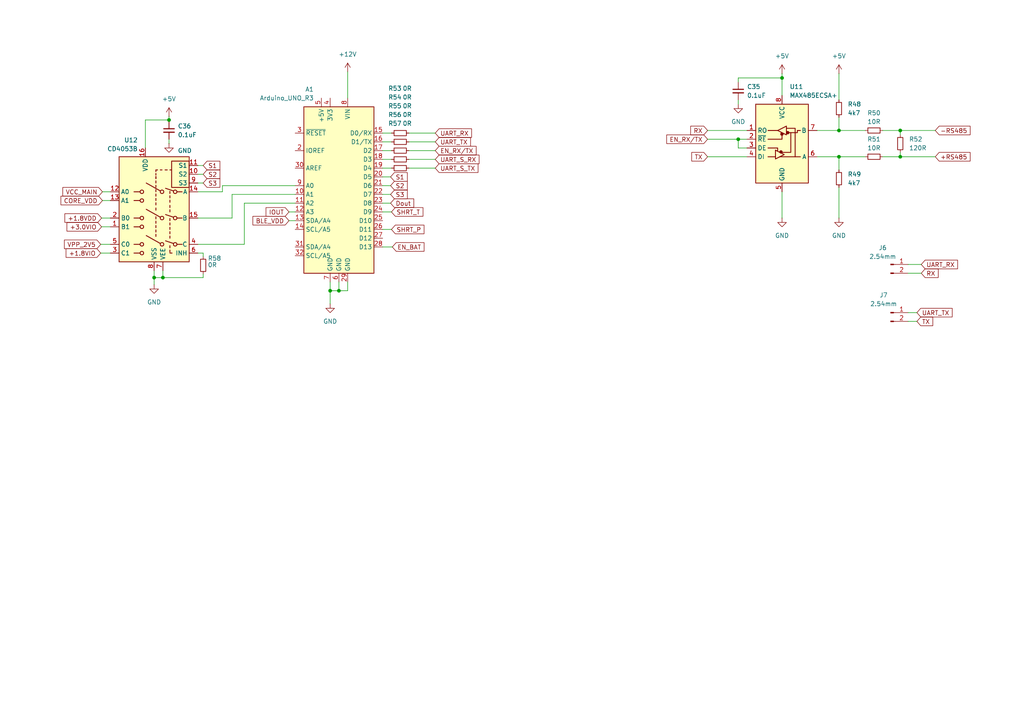
<source format=kicad_sch>
(kicad_sch (version 20231120) (generator "eeschema") (generator_version "8.0")
  (paper "A4")
  (lib_symbols
    (symbol "Analog_Switch:CD4053B"
      (property "Reference" "U" (at -10.16 16.51 0))
      (property "Value" "CD4053B" (at 3.81 16.51 0))
      (symbol "CD4053B_0_1"
        (rectangle (start -10.16 6.35) (end -5.08 13.97) (stroke (width 0.254)))
        (rectangle (start -10.16 15.24) (end 10.16 -15.24) (stroke (width 0.254)) (fill (type background)))
        (circle (center -6.096 -10.16) (radius 0.508) (stroke (width 0.254)))
        (circle (center -6.096 -2.54) (radius 0.508) (stroke (width 0.254)))
        (circle (center -6.096 5.08) (radius 0.508) (stroke (width 0.254)))
        (circle (center -2.286 -10.16) (radius 0.508) (stroke (width 0.254)))
        (circle (center -2.286 -2.54) (radius 0.508) (stroke (width 0.254)))
        (circle (center -2.286 5.08) (radius 0.508) (stroke (width 0.254)))
        (polyline (pts (xy -8.128 -10.16) (xy -6.604 -10.16)) (stroke (width 0.254)))
        (polyline (pts (xy -8.128 -2.54) (xy -6.604 -2.54)) (stroke (width 0.254)))
        (polyline (pts (xy -8.128 5.08) (xy -6.604 5.08)) (stroke (width 0.254)))
        (polyline (pts (xy -5.588 -9.906) (xy -3.302 -9.144)) (stroke (width 0.254)))
        (polyline (pts (xy -5.588 -2.286) (xy -3.302 -1.524)) (stroke (width 0.254)))
        (polyline (pts (xy -5.588 5.334) (xy -3.302 6.096)) (stroke (width 0.254)))
        (polyline (pts (xy -4.572 -12.7) (xy -5.207 -12.7)) (stroke (width 0.254)))
        (polyline (pts (xy -4.572 -12.446) (xy -4.572 -11.811)) (stroke (width 0.254)))
        (polyline (pts (xy -4.572 -11.176) (xy -4.572 -10.541)) (stroke (width 0.254)))
        (polyline (pts (xy -4.572 -8.382) (xy -4.572 -7.747)) (stroke (width 0.254)))
        (polyline (pts (xy -4.572 -7.112) (xy -4.572 -6.477)) (stroke (width 0.254)))
        (polyline (pts (xy -4.572 -5.842) (xy -4.572 -5.207)) (stroke (width 0.254)))
        (polyline (pts (xy -4.572 -4.572) (xy -4.572 -3.937)) (stroke (width 0.254)))
        (polyline (pts (xy -4.572 -3.302) (xy -4.572 -2.667)) (stroke (width 0.254)))
        (polyline (pts (xy -4.572 -0.762) (xy -4.572 -0.127)) (stroke (width 0.254)))
        (polyline (pts (xy -4.572 0.508) (xy -4.572 1.143)) (stroke (width 0.254)))
        (polyline (pts (xy -4.572 2.032) (xy -4.572 2.667)) (stroke (width 0.254)))
        (polyline (pts (xy -4.572 3.302) (xy -4.572 3.937)) (stroke (width 0.254)))
        (polyline (pts (xy -4.572 4.572) (xy -4.572 5.207)) (stroke (width 0.254)))
        (polyline (pts (xy -4.572 11.43) (xy -5.08 11.43)) (stroke (width 0.254)))
        (polyline (pts (xy -3.81 11.43) (xy -3.175 11.43)) (stroke (width 0.254)))
        (polyline (pts (xy -1.778 -9.906) (xy 2.286 -7.62)) (stroke (width 0.254)))
        (polyline (pts (xy -1.778 -2.286) (xy 2.286 0)) (stroke (width 0.254)))
        (polyline (pts (xy -1.778 5.334) (xy 2.286 7.62)) (stroke (width 0.254)))
        (polyline (pts (xy -1.778 11.43) (xy -2.286 11.43)) (stroke (width 0.254)))
        (polyline (pts (xy -0.508 -7.874) (xy -0.508 -7.239)) (stroke (width 0.254)))
        (polyline (pts (xy -0.508 -6.604) (xy -0.508 -5.969)) (stroke (width 0.254)))
        (polyline (pts (xy -0.508 -5.334) (xy -0.508 -4.699)) (stroke (width 0.254)))
        (polyline (pts (xy -0.508 -4.064) (xy -0.508 -3.429)) (stroke (width 0.254)))
        (polyline (pts (xy -0.508 -2.794) (xy -0.508 -2.159)) (stroke (width 0.254)))
        (polyline (pts (xy -0.508 -0.254) (xy -0.508 0.381)) (stroke (width 0.254)))
        (polyline (pts (xy -0.508 1.27) (xy -0.508 1.905)) (stroke (width 0.254)))
        (polyline (pts (xy -0.508 2.54) (xy -0.508 3.175)) (stroke (width 0.254)))
        (polyline (pts (xy -0.508 3.81) (xy -0.508 4.445)) (stroke (width 0.254)))
        (polyline (pts (xy -0.508 5.08) (xy -0.508 5.715)) (stroke (width 0.254)))
        (polyline (pts (xy -0.508 6.35) (xy -0.508 6.985)) (stroke (width 0.254)))
        (polyline (pts (xy -0.508 7.62) (xy -0.508 8.255)) (stroke (width 0.254)))
        (polyline (pts (xy -0.508 8.89) (xy -0.508 9.398)) (stroke (width 0.254)))
        (polyline (pts (xy -0.508 8.89) (xy -0.508 9.525)) (stroke (width 0.254)))
        (polyline (pts (xy -0.508 9.906) (xy -0.508 10.414)) (stroke (width 0.254)))
        (polyline (pts (xy -0.508 10.922) (xy -0.508 11.43)) (stroke (width 0.254)))
        (polyline (pts (xy -0.508 11.43) (xy -1.016 11.43)) (stroke (width 0.254)))
        (polyline (pts (xy 4.064 -12.7) (xy 5.842 -12.7)) (stroke (width 0.254)))
        (polyline (pts (xy 4.064 -10.16) (xy 5.842 -10.16)) (stroke (width 0.254)))
        (polyline (pts (xy 4.064 -5.08) (xy 5.842 -5.08)) (stroke (width 0.254)))
        (polyline (pts (xy 4.064 -2.54) (xy 5.842 -2.54)) (stroke (width 0.254)))
        (polyline (pts (xy 4.064 2.54) (xy 5.842 2.54)) (stroke (width 0.254)))
        (polyline (pts (xy 4.064 5.08) (xy 5.842 5.08)) (stroke (width 0.254)))
        (circle (center 3.556 -12.7) (radius 0.508) (stroke (width 0.254)))
        (circle (center 3.556 -10.16) (radius 0.508) (stroke (width 0.254)))
        (circle (center 3.556 -5.08) (radius 0.508) (stroke (width 0.254)))
        (circle (center 3.556 -2.54) (radius 0.508) (stroke (width 0.254)))
        (circle (center 3.556 2.54) (radius 0.508) (stroke (width 0.254)))
        (circle (center 3.556 5.08) (radius 0.508) (stroke (width 0.254)))
      )
      (symbol "CD4053B_1_1"
        (pin bidirectional line (at 12.7 -5.08 180) (length 2.54) (name "B1") (number "1"))
        (pin input line (at -12.7 10.16 0) (length 2.54) (name "S2") (number "10"))
        (pin input line (at -12.7 12.7 0) (length 2.54) (name "S1") (number "11"))
        (pin bidirectional line (at 12.7 5.08 180) (length 2.54) (name "A0") (number "12"))
        (pin bidirectional line (at 12.7 2.54 180) (length 2.54) (name "A1") (number "13"))
        (pin bidirectional line (at -12.7 5.08 0) (length 2.54) (name "A") (number "14"))
        (pin bidirectional line (at -12.7 -2.54 0) (length 2.54) (name "B") (number "15"))
        (pin power_in line (at 2.54 17.78 270) (length 2.54) (name "VDD") (number "16"))
        (pin bidirectional line (at 12.7 -2.54 180) (length 2.54) (name "B0") (number "2"))
        (pin bidirectional line (at 12.7 -12.7 180) (length 2.54) (name "C1") (number "3"))
        (pin bidirectional line (at -12.7 -10.16 0) (length 2.54) (name "C") (number "4"))
        (pin bidirectional line (at 12.7 -10.16 180) (length 2.54) (name "C0") (number "5"))
        (pin input line (at -12.7 -12.7 0) (length 2.54) (name "INH") (number "6"))
        (pin power_in line (at -2.54 -17.78 90) (length 2.54) (name "VEE") (number "7"))
        (pin power_in line (at 0 -17.78 90) (length 2.54) (name "VSS") (number "8"))
        (pin input line (at -12.7 7.62 0) (length 2.54) (name "S3") (number "9"))
      )
    )
    (symbol "Connector:Conn_01x02_Pin" (pin_names (offset 1.016) hide)
      (property "Reference" "J" (at 0 2.54 0))
      (property "Value" "Conn_01x02_Pin" (at 0 -5.08 0))
      (symbol "Conn_01x02_Pin_1_1"
        (polyline (pts (xy 1.27 -2.54) (xy 0.8636 -2.54)) (stroke (width 0.1524)))
        (polyline (pts (xy 1.27 0) (xy 0.8636 0)) (stroke (width 0.1524)))
        (rectangle (start 0.8636 -2.413) (end 0 -2.667) (stroke (width 0.1524)) (fill (type outline)))
        (rectangle (start 0.8636 0.127) (end 0 -0.127) (stroke (width 0.1524)) (fill (type outline)))
        (pin passive line (at 5.08 0 180) (length 3.81) (name "Pin_1") (number "1"))
        (pin passive line (at 5.08 -2.54 180) (length 3.81) (name "Pin_2") (number "2"))
      )
    )
    (symbol "Device:C_Small" (pin_numbers hide) (pin_names (offset 0.254) hide)
      (property "Reference" "C" (at 0.254 1.778 0))
      (property "Value" "C_Small" (at 0.254 -2.032 0))
      (symbol "C_Small_0_1"
        (polyline (pts (xy -1.524 -0.508) (xy 1.524 -0.508)) (stroke (width 0.3302)))
        (polyline (pts (xy -1.524 0.508) (xy 1.524 0.508)) (stroke (width 0.3048)))
      )
      (symbol "C_Small_1_1"
        (pin passive line (at 0 2.54 270) (length 2.032) (name "~") (number "1"))
        (pin passive line (at 0 -2.54 90) (length 2.032) (name "~") (number "2"))
      )
    )
    (symbol "Device:R_Small" (pin_numbers hide) (pin_names (offset 0.254) hide)
      (property "Reference" "R" (at 0.762 0.508 0))
      (property "Value" "R_Small" (at 0.762 -1.016 0))
      (symbol "R_Small_0_1"
        (rectangle (start -0.762 1.778) (end 0.762 -1.778) (stroke (width 0.2032)))
      )
      (symbol "R_Small_1_1"
        (pin passive line (at 0 2.54 270) (length 0.762) (name "~") (number "1"))
        (pin passive line (at 0 -2.54 90) (length 0.762) (name "~") (number "2"))
      )
    )
    (symbol "Interface_UART:MAX485E"
      (property "Reference" "U" (at -6.096 11.43 0))
      (property "Value" "MAX485E" (at 0.762 11.43 0))
      (symbol "MAX485E_0_1"
        (rectangle (start -7.62 10.16) (end 7.62 -12.7) (stroke (width 0.254)) (fill (type background)))
        (circle (center -0.3048 -3.683) (radius 0.3556) (stroke (width 0.254)) (fill (type outline)))
        (circle (center -0.0254 1.4986) (radius 0.3556) (stroke (width 0.254)) (fill (type outline)))
        (polyline (pts (xy -4.064 -5.08) (xy -1.905 -5.08)) (stroke (width 0.254)))
        (polyline (pts (xy -4.064 2.54) (xy -1.27 2.54)) (stroke (width 0.254)))
        (polyline (pts (xy -1.27 -3.2004) (xy -1.27 -3.4544)) (stroke (width 0.254)))
        (polyline (pts (xy -0.635 -5.08) (xy 5.334 -5.08)) (stroke (width 0.254)))
        (polyline (pts (xy -4.064 -2.54) (xy -1.27 -2.54) (xy -1.27 -3.175)) (stroke (width 0.254)))
        (polyline (pts (xy 0 1.27) (xy 0 0) (xy -4.064 0)) (stroke (width 0.254)))
        (polyline (pts (xy 1.27 3.175) (xy 3.81 3.175) (xy 3.81 -5.08)) (stroke (width 0.254)))
        (polyline (pts (xy 2.54 1.905) (xy 2.54 -3.81) (xy 0 -3.81)) (stroke (width 0.254)))
        (polyline (pts (xy -1.905 -3.175) (xy -1.905 -5.715) (xy 0.635 -4.445) (xy -1.905 -3.175)) (stroke (width 0.254)))
        (polyline (pts (xy -1.27 2.54) (xy 1.27 3.81) (xy 1.27 1.27) (xy -1.27 2.54)) (stroke (width 0.254)))
        (polyline (pts (xy 1.905 1.905) (xy 4.445 1.905) (xy 4.445 2.54) (xy 5.334 2.54)) (stroke (width 0.254)))
        (rectangle (start 1.27 3.175) (end 1.27 3.175))
        (circle (center 1.651 1.905) (radius 0.3556) (stroke (width 0.254)) (fill (type outline)))
      )
      (symbol "MAX485E_1_1"
        (pin output line (at -10.16 2.54 0) (length 2.54) (name "RO") (number "1"))
        (pin input line (at -10.16 0 0) (length 2.54) (name "~{RE}") (number "2"))
        (pin input line (at -10.16 -2.54 0) (length 2.54) (name "DE") (number "3"))
        (pin input line (at -10.16 -5.08 0) (length 2.54) (name "DI") (number "4"))
        (pin power_in line (at 0 -15.24 90) (length 2.54) (name "GND") (number "5"))
        (pin bidirectional line (at 10.16 -5.08 180) (length 2.54) (name "A") (number "6"))
        (pin bidirectional line (at 10.16 2.54 180) (length 2.54) (name "B") (number "7"))
        (pin power_in line (at 0 12.7 270) (length 2.54) (name "VCC") (number "8"))
      )
    )
    (symbol "MCU_Module:Arduino_UNO_R3"
      (property "Reference" "A" (at -10.16 23.495 0))
      (property "Value" "Arduino_UNO_R3" (at 5.08 -26.67 0))
      (symbol "Arduino_UNO_R3_0_1"
        (rectangle (start -10.16 22.86) (end 10.16 -25.4) (stroke (width 0.254)) (fill (type background)))
      )
      (symbol "Arduino_UNO_R3_1_1"
        (pin no_connect line (at -10.16 -20.32 0) (length 2.54) hide (name "NC") (number "1"))
        (pin bidirectional line (at 12.7 -2.54 180) (length 2.54) (name "A1") (number "10"))
        (pin bidirectional line (at 12.7 -5.08 180) (length 2.54) (name "A2") (number "11"))
        (pin bidirectional line (at 12.7 -7.62 180) (length 2.54) (name "A3") (number "12"))
        (pin bidirectional line (at 12.7 -10.16 180) (length 2.54) (name "SDA/A4") (number "13"))
        (pin bidirectional line (at 12.7 -12.7 180) (length 2.54) (name "SCL/A5") (number "14"))
        (pin bidirectional line (at -12.7 15.24 0) (length 2.54) (name "D0/RX") (number "15"))
        (pin bidirectional line (at -12.7 12.7 0) (length 2.54) (name "D1/TX") (number "16"))
        (pin bidirectional line (at -12.7 10.16 0) (length 2.54) (name "D2") (number "17"))
        (pin bidirectional line (at -12.7 7.62 0) (length 2.54) (name "D3") (number "18"))
        (pin bidirectional line (at -12.7 5.08 0) (length 2.54) (name "D4") (number "19"))
        (pin output line (at 12.7 10.16 180) (length 2.54) (name "IOREF") (number "2"))
        (pin bidirectional line (at -12.7 2.54 0) (length 2.54) (name "D5") (number "20"))
        (pin bidirectional line (at -12.7 0 0) (length 2.54) (name "D6") (number "21"))
        (pin bidirectional line (at -12.7 -2.54 0) (length 2.54) (name "D7") (number "22"))
        (pin bidirectional line (at -12.7 -5.08 0) (length 2.54) (name "D8") (number "23"))
        (pin bidirectional line (at -12.7 -7.62 0) (length 2.54) (name "D9") (number "24"))
        (pin bidirectional line (at -12.7 -10.16 0) (length 2.54) (name "D10") (number "25"))
        (pin bidirectional line (at -12.7 -12.7 0) (length 2.54) (name "D11") (number "26"))
        (pin bidirectional line (at -12.7 -15.24 0) (length 2.54) (name "D12") (number "27"))
        (pin bidirectional line (at -12.7 -17.78 0) (length 2.54) (name "D13") (number "28"))
        (pin power_in line (at -2.54 -27.94 90) (length 2.54) (name "GND") (number "29"))
        (pin input line (at 12.7 15.24 180) (length 2.54) (name "~{RESET}") (number "3"))
        (pin input line (at 12.7 5.08 180) (length 2.54) (name "AREF") (number "30"))
        (pin bidirectional line (at 12.7 -17.78 180) (length 2.54) (name "SDA/A4") (number "31"))
        (pin bidirectional line (at 12.7 -20.32 180) (length 2.54) (name "SCL/A5") (number "32"))
        (pin power_out line (at 2.54 25.4 270) (length 2.54) (name "3V3") (number "4"))
        (pin power_out line (at 5.08 25.4 270) (length 2.54) (name "+5V") (number "5"))
        (pin power_in line (at 0 -27.94 90) (length 2.54) (name "GND") (number "6"))
        (pin power_in line (at 2.54 -27.94 90) (length 2.54) (name "GND") (number "7"))
        (pin power_in line (at -2.54 25.4 270) (length 2.54) (name "VIN") (number "8"))
        (pin bidirectional line (at 12.7 0 180) (length 2.54) (name "A0") (number "9"))
      )
    )
    (symbol "power:+12V" (power) (pin_numbers hide) (pin_names (offset 0) hide)
      (property "Value" "+12V" (at 0 3.556 0))
      (symbol "+12V_0_1"
        (polyline (pts (xy -0.762 1.27) (xy 0 2.54)))
        (polyline (pts (xy 0 0) (xy 0 2.54)))
        (polyline (pts (xy 0 2.54) (xy 0.762 1.27)))
      )
      (symbol "+12V_1_1"
        (pin power_in line (at 0 0 90) (length 0) (name "~") (number "1"))
      )
    )
    (symbol "power:+5V" (power) (pin_numbers hide) (pin_names (offset 0) hide)
      (property "Value" "+5V" (at 0 3.556 0))
      (symbol "+5V_0_1"
        (polyline (pts (xy -0.762 1.27) (xy 0 2.54)))
        (polyline (pts (xy 0 0) (xy 0 2.54)))
        (polyline (pts (xy 0 2.54) (xy 0.762 1.27)))
      )
      (symbol "+5V_1_1"
        (pin power_in line (at 0 0 90) (length 0) (name "~") (number "1"))
      )
    )
    (symbol "power:GND" (power) (pin_numbers hide) (pin_names (offset 0) hide)
      (property "Value" "GND" (at 0 -3.81 0))
      (symbol "GND_0_1"
        (polyline (pts (xy 0 0) (xy 0 -1.27) (xy 1.27 -1.27) (xy 0 -2.54) (xy -1.27 -1.27) (xy 0 -1.27)))
      )
      (symbol "GND_1_1"
        (pin power_in line (at 0 0 270) (length 0) (name "~") (number "1"))
      )
    )
  )
  (junction (at 243.332 37.846))
  (junction (at 47.244 80.518))
  (junction (at 261.112 37.846))
  (junction (at 44.704 80.518))
  (junction (at 95.758 84.328))
  (junction (at 49.022 34.798))
  (junction (at 226.822 22.606))
  (junction (at 98.298 84.328))
  (junction (at 214.122 40.386))
  (junction (at 243.332 45.466))
  (junction (at 261.112 45.466))
  (wire (pts (xy 261.112 37.846) (xy 271.272 37.846)))
  (wire (pts (xy 95.758 84.328) (xy 98.298 84.328)))
  (wire (pts (xy 214.122 40.386) (xy 214.122 42.926)))
  (wire (pts (xy 243.332 37.846) (xy 250.952 37.846)))
  (wire (pts (xy 110.998 51.308) (xy 113.284 51.308)))
  (wire (pts (xy 243.332 45.466) (xy 243.332 49.276)))
  (wire (pts (xy 263.398 79.248) (xy 267.208 79.248)))
  (wire (pts (xy 110.998 46.228) (xy 113.538 46.228)))
  (wire (pts (xy 205.232 45.466) (xy 216.662 45.466)))
  (wire (pts (xy 83.82 61.468) (xy 85.598 61.468)))
  (wire (pts (xy 214.122 23.876) (xy 214.122 22.606)))
  (wire (pts (xy 29.718 55.626) (xy 32.004 55.626)))
  (wire (pts (xy 205.232 37.846) (xy 216.662 37.846)))
  (wire (pts (xy 214.122 22.606) (xy 226.822 22.606)))
  (wire (pts (xy 214.122 28.956) (xy 214.122 30.226)))
  (wire (pts (xy 113.538 66.548) (xy 110.998 66.548)))
  (wire (pts (xy 29.718 58.166) (xy 32.004 58.166)))
  (wire (pts (xy 49.022 33.782) (xy 49.022 34.798)))
  (wire (pts (xy 214.122 42.926) (xy 216.662 42.926)))
  (wire (pts (xy 205.232 40.386) (xy 214.122 40.386)))
  (wire (pts (xy 243.332 45.466) (xy 250.952 45.466)))
  (wire (pts (xy 29.464 63.246) (xy 32.004 63.246)))
  (wire (pts (xy 83.82 64.008) (xy 85.598 64.008)))
  (wire (pts (xy 57.404 50.546) (xy 58.928 50.546)))
  (wire (pts (xy 85.598 56.388) (xy 67.31 56.388)))
  (wire (pts (xy 98.298 84.328) (xy 100.838 84.328)))
  (wire (pts (xy 110.998 53.848) (xy 113.284 53.848)))
  (wire (pts (xy 44.704 80.518) (xy 44.704 82.55)))
  (wire (pts (xy 243.332 54.356) (xy 243.332 63.246)))
  (wire (pts (xy 29.464 65.786) (xy 32.004 65.786)))
  (wire (pts (xy 118.618 43.688) (xy 126.238 43.688)))
  (wire (pts (xy 70.866 58.928) (xy 70.866 70.866)))
  (wire (pts (xy 110.998 43.688) (xy 113.538 43.688)))
  (wire (pts (xy 44.704 80.518) (xy 47.244 80.518)))
  (wire (pts (xy 243.332 21.336) (xy 243.332 28.956)))
  (wire (pts (xy 236.982 45.466) (xy 243.332 45.466)))
  (wire (pts (xy 64.516 53.848) (xy 85.598 53.848)))
  (wire (pts (xy 29.21 70.866) (xy 32.004 70.866)))
  (wire (pts (xy 226.822 21.336) (xy 226.822 22.606)))
  (wire (pts (xy 261.112 45.466) (xy 271.272 45.466)))
  (wire (pts (xy 118.618 46.228) (xy 126.238 46.228)))
  (wire (pts (xy 110.998 41.148) (xy 113.538 41.148)))
  (wire (pts (xy 226.822 22.606) (xy 226.822 27.686)))
  (wire (pts (xy 110.998 58.928) (xy 113.284 58.928)))
  (wire (pts (xy 67.31 63.246) (xy 57.404 63.246)))
  (wire (pts (xy 58.928 79.502) (xy 58.928 80.518)))
  (wire (pts (xy 261.112 37.846) (xy 256.032 37.846)))
  (wire (pts (xy 42.164 34.798) (xy 42.164 42.926)))
  (wire (pts (xy 57.404 73.406) (xy 58.928 73.406)))
  (wire (pts (xy 44.704 78.486) (xy 44.704 80.518)))
  (wire (pts (xy 58.928 73.406) (xy 58.928 74.422)))
  (wire (pts (xy 263.398 76.708) (xy 267.208 76.708)))
  (wire (pts (xy 57.404 53.086) (xy 58.928 53.086)))
  (wire (pts (xy 42.164 34.798) (xy 49.022 34.798)))
  (wire (pts (xy 47.244 78.486) (xy 47.244 80.518)))
  (wire (pts (xy 64.516 55.626) (xy 64.516 53.848)))
  (wire (pts (xy 261.112 44.196) (xy 261.112 45.466)))
  (wire (pts (xy 110.998 61.468) (xy 113.538 61.468)))
  (wire (pts (xy 85.598 58.928) (xy 70.866 58.928)))
  (wire (pts (xy 263.398 93.218) (xy 265.938 93.218)))
  (wire (pts (xy 118.618 48.768) (xy 126.238 48.768)))
  (wire (pts (xy 57.404 48.006) (xy 58.928 48.006)))
  (wire (pts (xy 226.822 55.626) (xy 226.822 63.246)))
  (wire (pts (xy 110.998 56.388) (xy 113.284 56.388)))
  (wire (pts (xy 100.838 20.828) (xy 100.838 28.448)))
  (wire (pts (xy 118.618 38.608) (xy 126.238 38.608)))
  (wire (pts (xy 261.112 45.466) (xy 256.032 45.466)))
  (wire (pts (xy 57.404 55.626) (xy 64.516 55.626)))
  (wire (pts (xy 100.838 81.788) (xy 100.838 84.328)))
  (wire (pts (xy 118.618 41.148) (xy 126.238 41.148)))
  (wire (pts (xy 98.298 81.788) (xy 98.298 84.328)))
  (wire (pts (xy 243.332 37.846) (xy 243.332 34.036)))
  (wire (pts (xy 261.112 39.116) (xy 261.112 37.846)))
  (wire (pts (xy 95.758 84.328) (xy 95.758 88.138)))
  (wire (pts (xy 110.998 48.768) (xy 113.538 48.768)))
  (wire (pts (xy 95.758 81.788) (xy 95.758 84.328)))
  (wire (pts (xy 263.398 90.678) (xy 265.938 90.678)))
  (wire (pts (xy 49.022 34.798) (xy 49.022 35.306)))
  (wire (pts (xy 110.998 38.608) (xy 113.538 38.608)))
  (wire (pts (xy 216.662 40.386) (xy 214.122 40.386)))
  (wire (pts (xy 110.998 71.628) (xy 113.792 71.628)))
  (wire (pts (xy 236.982 37.846) (xy 243.332 37.846)))
  (wire (pts (xy 67.31 56.388) (xy 67.31 63.246)))
  (wire (pts (xy 47.244 80.518) (xy 58.928 80.518)))
  (wire (pts (xy 49.022 40.386) (xy 49.022 41.656)))
  (wire (pts (xy 70.866 70.866) (xy 57.404 70.866)))
  (wire (pts (xy 29.21 73.406) (xy 32.004 73.406)))
  (global_label "+1.8VDD" (shape input) (at 29.464 63.246 180) (property "Intersheetrefs" "${INTERSHEET_REFS}" (effects (hide yes))))
  (global_label "Dout" (shape input) (at 113.284 58.928 0) (property "Intersheetrefs" "${INTERSHEET_REFS}" (effects (hide yes))))
  (global_label "TX" (shape input) (at 205.232 45.466 180) (property "Intersheetrefs" "${INTERSHEET_REFS}" (effects (hide yes))))
  (global_label "CORE_VDD" (shape input) (at 29.718 58.166 180) (property "Intersheetrefs" "${INTERSHEET_REFS}" (effects (hide yes))))
  (global_label "UART_RX" (shape input) (at 126.238 38.608 0) (property "Intersheetrefs" "${INTERSHEET_REFS}" (effects (hide yes))))
  (global_label "+RS485" (shape input) (at 271.272 45.466 0) (property "Intersheetrefs" "${INTERSHEET_REFS}" (effects (hide yes))))
  (global_label "UART_TX" (shape input) (at 265.938 90.678 0) (property "Intersheetrefs" "${INTERSHEET_REFS}" (effects (hide yes))))
  (global_label "SHRT_P" (shape input) (at 113.538 66.548 0) (property "Intersheetrefs" "${INTERSHEET_REFS}" (effects (hide yes))))
  (global_label "VPP_2V5" (shape input) (at 29.21 70.866 180) (property "Intersheetrefs" "${INTERSHEET_REFS}" (effects (hide yes))))
  (global_label "S2" (shape input) (at 113.284 53.848 0) (property "Intersheetrefs" "${INTERSHEET_REFS}" (effects (hide yes))))
  (global_label "UART_S_TX" (shape input) (at 126.238 48.768 0) (property "Intersheetrefs" "${INTERSHEET_REFS}" (effects (hide yes))))
  (global_label "S1" (shape input) (at 113.284 51.308 0) (property "Intersheetrefs" "${INTERSHEET_REFS}" (effects (hide yes))))
  (global_label "IOUT" (shape input) (at 83.82 61.468 180) (property "Intersheetrefs" "${INTERSHEET_REFS}" (effects (hide yes))))
  (global_label "S3" (shape input) (at 58.928 53.086 0) (property "Intersheetrefs" "${INTERSHEET_REFS}" (effects (hide yes))))
  (global_label "VCC_MAIN" (shape input) (at 29.718 55.626 180) (property "Intersheetrefs" "${INTERSHEET_REFS}" (effects (hide yes))))
  (global_label "RX" (shape input) (at 267.208 79.248 0) (property "Intersheetrefs" "${INTERSHEET_REFS}" (effects (hide yes))))
  (global_label "TX" (shape input) (at 265.938 93.218 0) (property "Intersheetrefs" "${INTERSHEET_REFS}" (effects (hide yes))))
  (global_label "EN_BAT" (shape input) (at 113.792 71.628 0) (property "Intersheetrefs" "${INTERSHEET_REFS}" (effects (hide yes))))
  (global_label "S3" (shape input) (at 113.284 56.388 0) (property "Intersheetrefs" "${INTERSHEET_REFS}" (effects (hide yes))))
  (global_label "UART_TX" (shape input) (at 126.238 41.148 0) (property "Intersheetrefs" "${INTERSHEET_REFS}" (effects (hide yes))))
  (global_label "UART_S_RX" (shape input) (at 126.238 46.228 0) (property "Intersheetrefs" "${INTERSHEET_REFS}" (effects (hide yes))))
  (global_label "EN_RX{slash}TX" (shape input) (at 205.232 40.386 180) (property "Intersheetrefs" "${INTERSHEET_REFS}" (effects (hide yes))))
  (global_label "S1" (shape input) (at 58.928 48.006 0) (property "Intersheetrefs" "${INTERSHEET_REFS}" (effects (hide yes))))
  (global_label "UART_RX" (shape input) (at 267.208 76.708 0) (property "Intersheetrefs" "${INTERSHEET_REFS}" (effects (hide yes))))
  (global_label "+1.8VIO" (shape input) (at 29.21 73.406 180) (property "Intersheetrefs" "${INTERSHEET_REFS}" (effects (hide yes))))
  (global_label "+3.0VIO" (shape input) (at 29.464 65.786 180) (property "Intersheetrefs" "${INTERSHEET_REFS}" (effects (hide yes))))
  (global_label "EN_RX{slash}TX" (shape input) (at 126.238 43.688 0) (property "Intersheetrefs" "${INTERSHEET_REFS}" (effects (hide yes))))
  (global_label "BLE_VDD" (shape input) (at 83.82 64.008 180) (property "Intersheetrefs" "${INTERSHEET_REFS}" (effects (hide yes))))
  (global_label "SHRT_T" (shape input) (at 113.538 61.468 0) (property "Intersheetrefs" "${INTERSHEET_REFS}" (effects (hide yes))))
  (global_label "-RS485" (shape input) (at 271.272 37.846 0) (property "Intersheetrefs" "${INTERSHEET_REFS}" (effects (hide yes))))
  (global_label "RX" (shape input) (at 205.232 37.846 180) (property "Intersheetrefs" "${INTERSHEET_REFS}" (effects (hide yes))))
  (global_label "S2" (shape input) (at 58.928 50.546 0) (property "Intersheetrefs" "${INTERSHEET_REFS}" (effects (hide yes))))
  (symbol (lib_id "power:GND") (at 214.122 30.226 0) (unit 1)
    (property "Reference" "#PWR071" (effects (hide yes)))
    (property "Value" "GND" (at 214.122 35.306 0))
    (property "Description" "Power symbol creates a global label with name \"GND\" , ground" (effects (hide yes)))
  )
  (symbol (lib_id "Device:R_Small") (at 58.928 76.962 0) (unit 1)
    (property "Reference" "R58" (at 62.23 74.93 0))
    (property "Value" "0R" (at 61.595 76.835 0))
    (property "Footprint" "Resistor_SMD:R_0805_2012Metric_Pad1.20x1.40mm_HandSolder" (effects (hide yes)))
    (property "Description" "Resistor, small symbol" (effects (hide yes)))
  )
  (symbol (lib_id "Device:R_Small") (at 116.078 46.228 90) (unit 1)
    (property "Reference" "R56" (at 114.554 33.274 90))
    (property "Value" "0R" (at 118.11 33.274 90))
    (property "Footprint" "Resistor_SMD:R_0805_2012Metric_Pad1.20x1.40mm_HandSolder" (effects (hide yes)))
    (property "Description" "Resistor, small symbol" (effects (hide yes)))
  )
  (symbol (lib_id "power:+5V") (at 49.022 33.782 0) (unit 1)
    (property "Reference" "#PWR078" (effects (hide yes)))
    (property "Value" "+5V" (at 49.022 28.702 0))
    (property "Description" "Power symbol creates a global label with name \"+5V\"" (effects (hide yes)))
  )
  (symbol (lib_id "Analog_Switch:CD4053B") (at 44.704 60.706 0) (mirror y) (unit 1)
    (property "Reference" "U12" (at 39.9699 40.64 0) (effects (justify left)))
    (property "Value" "CD4053B" (at 39.9699 43.18 0) (effects (justify left)))
    (property "Footprint" "Package_SO:TSSOP-16_4.4x5mm_P0.65mm" (effects (hide yes)))
    (property "Datasheet" "http://www.ti.com/lit/ds/symlink/cd4052b.pdf" (effects (hide yes)))
    (property "Description" "CMOS triple 2-channel analog multiplexer/demultiplexer, TSSOP-16/DIP-16/SOIC-16" (effects (hide yes)))
    (property "Field6" "CD4053BPWR - Analog Multiplexer, 2:1, 3 Circuits, 240 ohm, 100 mA, 3V to 20V, TSSOP-16" (effects (hide yes)))
    (property "Field7" "3009593" (effects (hide yes)))
  )
  (symbol (lib_id "power:+12V") (at 100.838 20.828 0) (unit 1)
    (property "Reference" "#PWR076" (effects (hide yes)))
    (property "Value" "+12V" (at 100.838 15.748 0))
    (property "Description" "Power symbol creates a global label with name \"+12V\"" (effects (hide yes)))
  )
  (symbol (lib_id "Device:R_Small") (at 261.112 41.656 180) (unit 1)
    (property "Reference" "R52" (at 263.652 40.3859 0) (effects (justify right)))
    (property "Value" "120R" (at 263.652 42.9259 0) (effects (justify right)))
    (property "Footprint" "Resistor_SMD:R_0805_2012Metric_Pad1.20x1.40mm_HandSolder" (effects (hide yes)))
    (property "Description" "Resistor, small symbol" (effects (hide yes)))
  )
  (symbol (lib_id "Device:R_Small") (at 116.078 41.148 90) (unit 1)
    (property "Reference" "R54" (at 114.554 28.194 90))
    (property "Value" "0R" (at 118.11 28.194 90))
    (property "Footprint" "Resistor_SMD:R_0805_2012Metric_Pad1.20x1.40mm_HandSolder" (effects (hide yes)))
    (property "Description" "Resistor, small symbol" (effects (hide yes)))
  )
  (symbol (lib_id "Device:C_Small") (at 214.122 26.416 0) (unit 1)
    (property "Reference" "C35" (at 216.662 25.1522 0) (effects (justify left)))
    (property "Value" "0.1uF" (at 216.662 27.6922 0) (effects (justify left)))
    (property "Footprint" "Capacitor_SMD:C_0805_2012Metric_Pad1.18x1.45mm_HandSolder" (effects (hide yes)))
    (property "Description" "Unpolarized capacitor, small symbol" (effects (hide yes)))
  )
  (symbol (lib_id "Device:R_Small") (at 116.078 48.768 90) (unit 1)
    (property "Reference" "R57" (at 114.554 35.814 90))
    (property "Value" "0R" (at 118.11 35.814 90))
    (property "Footprint" "Resistor_SMD:R_0805_2012Metric_Pad1.20x1.40mm_HandSolder" (effects (hide yes)))
    (property "Description" "Resistor, small symbol" (effects (hide yes)))
  )
  (symbol (lib_id "Device:R_Small") (at 243.332 31.496 0) (unit 1)
    (property "Reference" "R48" (at 245.872 30.2259 0) (effects (justify left)))
    (property "Value" "4k7" (at 245.872 32.7659 0) (effects (justify left)))
    (property "Footprint" "Resistor_SMD:R_0805_2012Metric_Pad1.20x1.40mm_HandSolder" (effects (hide yes)))
    (property "Description" "Resistor, small symbol" (effects (hide yes)))
  )
  (symbol (lib_id "Device:R_Small") (at 116.078 38.608 90) (unit 1)
    (property "Reference" "R53" (at 114.554 25.654 90))
    (property "Value" "0R" (at 118.11 25.654 90))
    (property "Footprint" "Resistor_SMD:R_0805_2012Metric_Pad1.20x1.40mm_HandSolder" (effects (hide yes)))
    (property "Description" "Resistor, small symbol" (effects (hide yes)))
  )
  (symbol (lib_id "power:GND") (at 243.332 63.246 0) (unit 1)
    (property "Reference" "#PWR075" (effects (hide yes)))
    (property "Value" "GND" (at 243.332 68.326 0))
    (property "Description" "Power symbol creates a global label with name \"GND\" , ground" (effects (hide yes)))
  )
  (symbol (lib_id "Device:R_Small") (at 253.492 45.466 90) (unit 1)
    (property "Reference" "R51" (at 253.492 40.386 90))
    (property "Value" "10R" (at 253.492 42.926 90))
    (property "Footprint" "Resistor_SMD:R_0805_2012Metric_Pad1.20x1.40mm_HandSolder" (effects (hide yes)))
    (property "Description" "Resistor, small symbol" (effects (hide yes)))
  )
  (symbol (lib_id "power:+5V") (at 226.822 21.336 0) (unit 1)
    (property "Reference" "#PWR072" (effects (hide yes)))
    (property "Value" "+5V" (at 226.822 16.256 0))
    (property "Description" "Power symbol creates a global label with name \"+5V\"" (effects (hide yes)))
  )
  (symbol (lib_id "power:GND") (at 226.822 63.246 0) (unit 1)
    (property "Reference" "#PWR073" (effects (hide yes)))
    (property "Value" "GND" (at 226.822 68.326 0))
    (property "Description" "Power symbol creates a global label with name \"GND\" , ground" (effects (hide yes)))
  )
  (symbol (lib_id "Device:C_Small") (at 49.022 37.846 0) (unit 1)
    (property "Reference" "C36" (at 51.562 36.5822 0) (effects (justify left)))
    (property "Value" "0.1uF" (at 51.562 39.1222 0) (effects (justify left)))
    (property "Footprint" "Capacitor_SMD:C_0805_2012Metric_Pad1.18x1.45mm_HandSolder" (effects (hide yes)))
    (property "Description" "Unpolarized capacitor, small symbol" (effects (hide yes)))
  )
  (symbol (lib_id "MCU_Module:Arduino_UNO_R3") (at 98.298 53.848 0) (mirror y) (unit 1)
    (property "Reference" "A1" (at 91.0239 25.908 0) (effects (justify left)))
    (property "Value" "Arduino_UNO_R3" (at 91.0239 28.448 0) (effects (justify left)))
    (property "Footprint" "Module:Arduino_UNO_R3" (effects (hide yes)))
    (property "Datasheet" "https://www.arduino.cc/en/Main/arduinoBoardUno" (effects (hide yes)))
    (property "Description" "Arduino UNO Microcontroller Module, release 3" (effects (hide yes)))
  )
  (symbol (lib_id "power:GND") (at 95.758 88.138 0) (unit 1)
    (property "Reference" "#PWR077" (effects (hide yes)))
    (property "Value" "GND" (at 95.758 93.218 0))
    (property "Description" "Power symbol creates a global label with name \"GND\" , ground" (effects (hide yes)))
  )
  (symbol (lib_id "power:+5V") (at 243.332 21.336 0) (unit 1)
    (property "Reference" "#PWR074" (effects (hide yes)))
    (property "Value" "+5V" (at 243.332 16.256 0))
    (property "Description" "Power symbol creates a global label with name \"+5V\"" (effects (hide yes)))
  )
  (symbol (lib_id "Interface_UART:MAX485E") (at 226.822 40.386 0) (unit 1)
    (property "Reference" "U11" (at 229.0161 25.146 0) (effects (justify left)))
    (property "Value" "MAX485ECSA+" (at 229.0161 27.686 0) (effects (justify left)))
    (property "Footprint" "Package_SO:SOIC-8_3.9x4.9mm_P1.27mm" (effects (hide yes)))
    (property "Datasheet" "https://datasheets.maximintegrated.com/en/ds/MAX1487E-MAX491E.pdf" (effects (hide yes)))
    (property "Description" "Half duplex RS-485/RS-422, 2.5 Mbps, ±15kV electro-static discharge (ESD) protection, no slew-rate, no low-power shutdown, with receiver/driver enable, 32 receiver drive capability, DIP-8 and SOIC-8" (effects (hide yes)))
  )
  (symbol (lib_id "power:GND") (at 44.704 82.55 0) (unit 1)
    (property "Reference" "#PWR079" (effects (hide yes)))
    (property "Value" "GND" (at 44.704 87.63 0))
    (property "Description" "Power symbol creates a global label with name \"GND\" , ground" (effects (hide yes)))
  )
  (symbol (lib_id "Device:R_Small") (at 116.078 43.688 90) (unit 1)
    (property "Reference" "R55" (at 114.554 30.734 90))
    (property "Value" "0R" (at 118.11 30.734 90))
    (property "Footprint" "Resistor_SMD:R_0805_2012Metric_Pad1.20x1.40mm_HandSolder" (effects (hide yes)))
    (property "Description" "Resistor, small symbol" (effects (hide yes)))
  )
  (symbol (lib_id "power:GND") (at 49.022 41.656 0) (unit 1)
    (property "Reference" "#PWR080" (effects (hide yes)))
    (property "Value" "GND" (at 53.594 43.688 0))
    (property "Description" "Power symbol creates a global label with name \"GND\" , ground" (effects (hide yes)))
  )
  (symbol (lib_id "Device:R_Small") (at 243.332 51.816 0) (unit 1)
    (property "Reference" "R49" (at 245.872 50.5459 0) (effects (justify left)))
    (property "Value" "4k7" (at 245.872 53.0859 0) (effects (justify left)))
    (property "Footprint" "Resistor_SMD:R_0805_2012Metric_Pad1.20x1.40mm_HandSolder" (effects (hide yes)))
    (property "Description" "Resistor, small symbol" (effects (hide yes)))
  )
  (symbol (lib_id "Connector:Conn_01x02_Pin") (at 258.318 76.708 0) (unit 1)
    (property "Reference" "J6" (at 256.032 71.882 0))
    (property "Value" "2.54mm" (at 256.032 74.422 0))
    (property "Footprint" "Connector_PinSocket_2.54mm:PinSocket_1x02_P2.54mm_Vertical" (effects (hide yes)))
    (property "Description" "Generic connector, single row, 01x02, script generated" (effects (hide yes)))
  )
  (symbol (lib_id "Connector:Conn_01x02_Pin") (at 258.318 90.678 0) (unit 1)
    (property "Reference" "J7" (at 256.286 85.598 0))
    (property "Value" "2.54mm" (at 256.286 88.138 0))
    (property "Footprint" "Connector_PinSocket_2.54mm:PinSocket_1x02_P2.54mm_Vertical" (effects (hide yes)))
    (property "Description" "Generic connector, single row, 01x02, script generated" (effects (hide yes)))
  )
  (symbol (lib_id "Device:R_Small") (at 253.492 37.846 90) (unit 1)
    (property "Reference" "R50" (at 253.492 32.766 90))
    (property "Value" "10R" (at 253.492 35.306 90))
    (property "Footprint" "Resistor_SMD:R_0805_2012Metric_Pad1.20x1.40mm_HandSolder" (effects (hide yes)))
    (property "Description" "Resistor, small symbol" (effects (hide yes)))
  )
)
</source>
